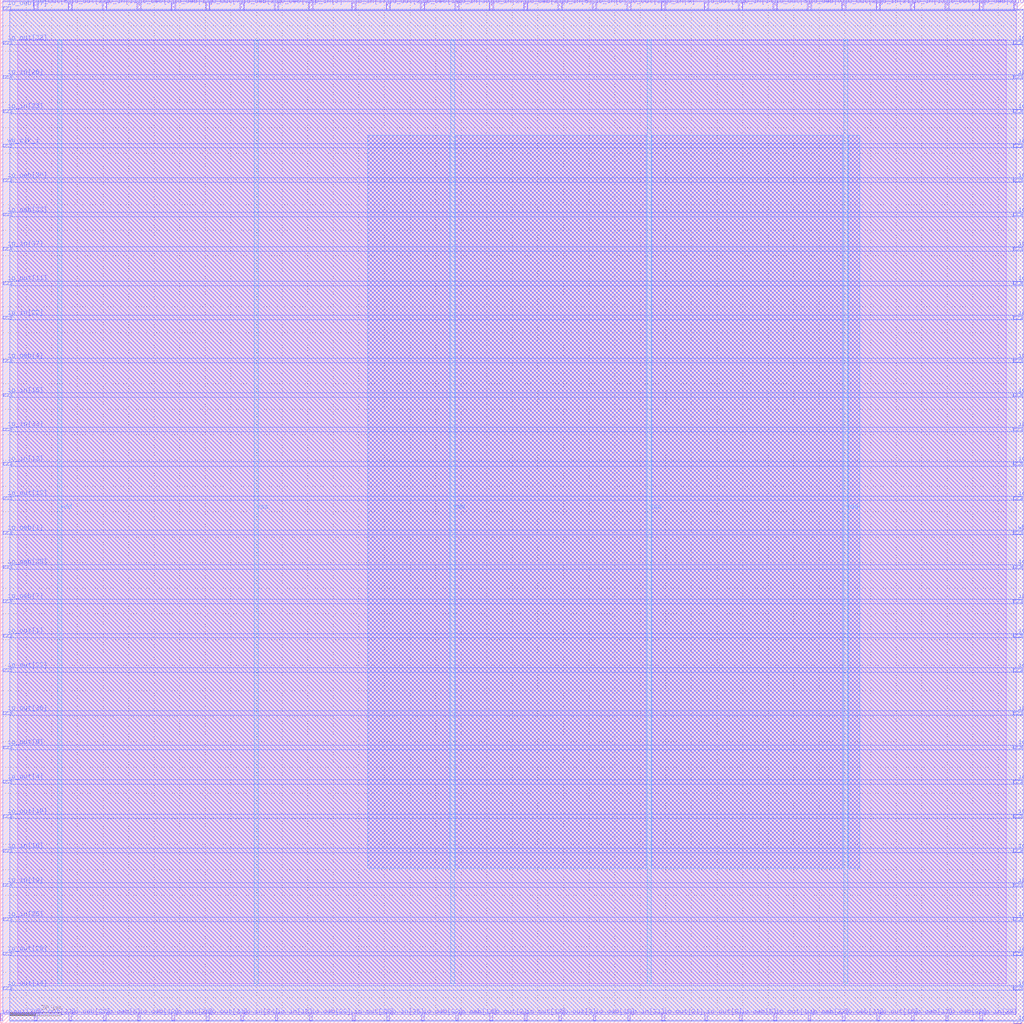
<source format=lef>
VERSION 5.7 ;
  NOWIREEXTENSIONATPIN ON ;
  DIVIDERCHAR "/" ;
  BUSBITCHARS "[]" ;
MACRO wrapped_vga_clock
  CLASS BLOCK ;
  FOREIGN wrapped_vga_clock ;
  ORIGIN 0.000 0.000 ;
  SIZE 400.000 BY 400.000 ;
  PIN io_in[0]
    DIRECTION INPUT ;
    USE SIGNAL ;
    PORT
      LAYER Metal3 ;
        RECT 396.000 382.760 399.000 383.880 ;
    END
  END io_in[0]
  PIN io_in[10]
    DIRECTION INPUT ;
    USE SIGNAL ;
    PORT
      LAYER Metal3 ;
        RECT 396.000 93.800 399.000 94.920 ;
    END
  END io_in[10]
  PIN io_in[11]
    DIRECTION INPUT ;
    USE SIGNAL ;
    PORT
      LAYER Metal2 ;
        RECT 40.040 396.000 41.160 399.000 ;
    END
  END io_in[11]
  PIN io_in[12]
    DIRECTION INPUT ;
    USE SIGNAL ;
    PORT
      LAYER Metal3 ;
        RECT 1.000 218.120 4.000 219.240 ;
    END
  END io_in[12]
  PIN io_in[13]
    DIRECTION INPUT ;
    USE SIGNAL ;
    PORT
      LAYER Metal2 ;
        RECT 355.880 396.000 357.000 399.000 ;
    END
  END io_in[13]
  PIN io_in[14]
    DIRECTION INPUT ;
    USE SIGNAL ;
    PORT
      LAYER Metal2 ;
        RECT 288.680 396.000 289.800 399.000 ;
    END
  END io_in[14]
  PIN io_in[15]
    DIRECTION INPUT ;
    USE SIGNAL ;
    PORT
      LAYER Metal3 ;
        RECT 1.000 245.000 4.000 246.120 ;
    END
  END io_in[15]
  PIN io_in[16]
    DIRECTION INPUT ;
    USE SIGNAL ;
    PORT
      LAYER Metal3 ;
        RECT 1.000 66.920 4.000 68.040 ;
    END
  END io_in[16]
  PIN io_in[17]
    DIRECTION INPUT ;
    USE SIGNAL ;
    PORT
      LAYER Metal2 ;
        RECT 137.480 396.000 138.600 399.000 ;
    END
  END io_in[17]
  PIN io_in[18]
    DIRECTION INPUT ;
    USE SIGNAL ;
    PORT
      LAYER Metal2 ;
        RECT 107.240 1.000 108.360 4.000 ;
    END
  END io_in[18]
  PIN io_in[19]
    DIRECTION INPUT ;
    USE SIGNAL ;
    PORT
      LAYER Metal3 ;
        RECT 1.000 53.480 4.000 54.600 ;
    END
  END io_in[19]
  PIN io_in[1]
    DIRECTION INPUT ;
    USE SIGNAL ;
    PORT
      LAYER Metal3 ;
        RECT 396.000 355.880 399.000 357.000 ;
    END
  END io_in[1]
  PIN io_in[20]
    DIRECTION INPUT ;
    USE SIGNAL ;
    PORT
      LAYER Metal3 ;
        RECT 396.000 13.160 399.000 14.280 ;
    END
  END io_in[20]
  PIN io_in[21]
    DIRECTION INPUT ;
    USE SIGNAL ;
    PORT
      LAYER Metal2 ;
        RECT 342.440 396.000 343.560 399.000 ;
    END
  END io_in[21]
  PIN io_in[22]
    DIRECTION INPUT ;
    USE SIGNAL ;
    PORT
      LAYER Metal3 ;
        RECT 1.000 275.240 4.000 276.360 ;
    END
  END io_in[22]
  PIN io_in[23]
    DIRECTION INPUT ;
    USE SIGNAL ;
    PORT
      LAYER Metal3 ;
        RECT 1.000 355.880 4.000 357.000 ;
    END
  END io_in[23]
  PIN io_in[24]
    DIRECTION INPUT ;
    USE SIGNAL ;
    PORT
      LAYER Metal3 ;
        RECT 396.000 177.800 399.000 178.920 ;
    END
  END io_in[24]
  PIN io_in[25]
    DIRECTION INPUT ;
    USE SIGNAL ;
    PORT
      LAYER Metal3 ;
        RECT 1.000 40.040 4.000 41.160 ;
    END
  END io_in[25]
  PIN io_in[26]
    DIRECTION INPUT ;
    USE SIGNAL ;
    PORT
      LAYER Metal3 ;
        RECT 1.000 369.320 4.000 370.440 ;
    END
  END io_in[26]
  PIN io_in[27]
    DIRECTION INPUT ;
    USE SIGNAL ;
    PORT
      LAYER Metal2 ;
        RECT 191.240 396.000 192.360 399.000 ;
    END
  END io_in[27]
  PIN io_in[28]
    DIRECTION INPUT ;
    USE SIGNAL ;
    PORT
      LAYER Metal3 ;
        RECT 396.000 369.320 399.000 370.440 ;
    END
  END io_in[28]
  PIN io_in[29]
    DIRECTION INPUT ;
    USE SIGNAL ;
    PORT
      LAYER Metal2 ;
        RECT 382.760 1.000 383.880 4.000 ;
    END
  END io_in[29]
  PIN io_in[2]
    DIRECTION INPUT ;
    USE SIGNAL ;
    PORT
      LAYER Metal3 ;
        RECT 396.000 120.680 399.000 121.800 ;
    END
  END io_in[2]
  PIN io_in[30]
    DIRECTION INPUT ;
    USE SIGNAL ;
    PORT
      LAYER Metal2 ;
        RECT 177.800 396.000 178.920 399.000 ;
    END
  END io_in[30]
  PIN io_in[31]
    DIRECTION INPUT ;
    USE SIGNAL ;
    PORT
      LAYER Metal2 ;
        RECT 245.000 1.000 246.120 4.000 ;
    END
  END io_in[31]
  PIN io_in[32]
    DIRECTION INPUT ;
    USE SIGNAL ;
    PORT
      LAYER Metal3 ;
        RECT 396.000 204.680 399.000 205.800 ;
    END
  END io_in[32]
  PIN io_in[33]
    DIRECTION INPUT ;
    USE SIGNAL ;
    PORT
      LAYER Metal3 ;
        RECT 1.000 231.560 4.000 232.680 ;
    END
  END io_in[33]
  PIN io_in[34]
    DIRECTION INPUT ;
    USE SIGNAL ;
    PORT
      LAYER Metal2 ;
        RECT 93.800 1.000 94.920 4.000 ;
    END
  END io_in[34]
  PIN io_in[35]
    DIRECTION INPUT ;
    USE SIGNAL ;
    PORT
      LAYER Metal2 ;
        RECT 150.920 1.000 152.040 4.000 ;
    END
  END io_in[35]
  PIN io_in[36]
    DIRECTION INPUT ;
    USE SIGNAL ;
    PORT
      LAYER Metal3 ;
        RECT 396.000 40.040 399.000 41.160 ;
    END
  END io_in[36]
  PIN io_in[37]
    DIRECTION INPUT ;
    USE SIGNAL ;
    PORT
      LAYER Metal3 ;
        RECT 1.000 302.120 4.000 303.240 ;
    END
  END io_in[37]
  PIN io_in[3]
    DIRECTION INPUT ;
    USE SIGNAL ;
    PORT
      LAYER Metal2 ;
        RECT 120.680 396.000 121.800 399.000 ;
    END
  END io_in[3]
  PIN io_in[4]
    DIRECTION INPUT ;
    USE SIGNAL ;
    PORT
      LAYER Metal3 ;
        RECT 396.000 137.480 399.000 138.600 ;
    END
  END io_in[4]
  PIN io_in[5]
    DIRECTION INPUT ;
    USE SIGNAL ;
    PORT
      LAYER Metal3 ;
        RECT 396.000 218.120 399.000 219.240 ;
    END
  END io_in[5]
  PIN io_in[6]
    DIRECTION INPUT ;
    USE SIGNAL ;
    PORT
      LAYER Metal2 ;
        RECT 218.120 396.000 219.240 399.000 ;
    END
  END io_in[6]
  PIN io_in[7]
    DIRECTION INPUT ;
    USE SIGNAL ;
    PORT
      LAYER Metal3 ;
        RECT 396.000 164.360 399.000 165.480 ;
    END
  END io_in[7]
  PIN io_in[8]
    DIRECTION INPUT ;
    USE SIGNAL ;
    PORT
      LAYER Metal2 ;
        RECT 231.560 396.000 232.680 399.000 ;
    END
  END io_in[8]
  PIN io_in[9]
    DIRECTION INPUT ;
    USE SIGNAL ;
    PORT
      LAYER Metal2 ;
        RECT 258.440 396.000 259.560 399.000 ;
    END
  END io_in[9]
  PIN io_oeb[0]
    DIRECTION OUTPUT TRISTATE ;
    USE SIGNAL ;
    PORT
      LAYER Metal2 ;
        RECT 315.560 396.000 316.680 399.000 ;
    END
  END io_oeb[0]
  PIN io_oeb[10]
    DIRECTION OUTPUT TRISTATE ;
    USE SIGNAL ;
    PORT
      LAYER Metal2 ;
        RECT 396.200 396.000 397.320 399.000 ;
    END
  END io_oeb[10]
  PIN io_oeb[11]
    DIRECTION OUTPUT TRISTATE ;
    USE SIGNAL ;
    PORT
      LAYER Metal3 ;
        RECT 396.000 329.000 399.000 330.120 ;
    END
  END io_oeb[11]
  PIN io_oeb[12]
    DIRECTION OUTPUT TRISTATE ;
    USE SIGNAL ;
    PORT
      LAYER Metal2 ;
        RECT 53.480 1.000 54.600 4.000 ;
    END
  END io_oeb[12]
  PIN io_oeb[13]
    DIRECTION OUTPUT TRISTATE ;
    USE SIGNAL ;
    PORT
      LAYER Metal2 ;
        RECT 66.920 396.000 68.040 399.000 ;
    END
  END io_oeb[13]
  PIN io_oeb[14]
    DIRECTION OUTPUT TRISTATE ;
    USE SIGNAL ;
    PORT
      LAYER Metal2 ;
        RECT 177.800 1.000 178.920 4.000 ;
    END
  END io_oeb[14]
  PIN io_oeb[15]
    DIRECTION OUTPUT TRISTATE ;
    USE SIGNAL ;
    PORT
      LAYER Metal2 ;
        RECT 231.560 1.000 232.680 4.000 ;
    END
  END io_oeb[15]
  PIN io_oeb[16]
    DIRECTION OUTPUT TRISTATE ;
    USE SIGNAL ;
    PORT
      LAYER Metal3 ;
        RECT 396.000 342.440 399.000 343.560 ;
    END
  END io_oeb[16]
  PIN io_oeb[17]
    DIRECTION OUTPUT TRISTATE ;
    USE SIGNAL ;
    PORT
      LAYER Metal2 ;
        RECT 355.880 1.000 357.000 4.000 ;
    END
  END io_oeb[17]
  PIN io_oeb[18]
    DIRECTION OUTPUT TRISTATE ;
    USE SIGNAL ;
    PORT
      LAYER Metal3 ;
        RECT 396.000 258.440 399.000 259.560 ;
    END
  END io_oeb[18]
  PIN io_oeb[19]
    DIRECTION OUTPUT TRISTATE ;
    USE SIGNAL ;
    PORT
      LAYER Metal2 ;
        RECT 164.360 396.000 165.480 399.000 ;
    END
  END io_oeb[19]
  PIN io_oeb[1]
    DIRECTION OUTPUT TRISTATE ;
    USE SIGNAL ;
    PORT
      LAYER Metal3 ;
        RECT 1.000 191.240 4.000 192.360 ;
    END
  END io_oeb[1]
  PIN io_oeb[20]
    DIRECTION OUTPUT TRISTATE ;
    USE SIGNAL ;
    PORT
      LAYER Metal2 ;
        RECT 93.800 396.000 94.920 399.000 ;
    END
  END io_oeb[20]
  PIN io_oeb[21]
    DIRECTION OUTPUT TRISTATE ;
    USE SIGNAL ;
    PORT
      LAYER Metal2 ;
        RECT 204.680 396.000 205.800 399.000 ;
    END
  END io_oeb[21]
  PIN io_oeb[22]
    DIRECTION OUTPUT TRISTATE ;
    USE SIGNAL ;
    PORT
      LAYER Metal2 ;
        RECT 315.560 1.000 316.680 4.000 ;
    END
  END io_oeb[22]
  PIN io_oeb[23]
    DIRECTION OUTPUT TRISTATE ;
    USE SIGNAL ;
    PORT
      LAYER Metal2 ;
        RECT 120.680 1.000 121.800 4.000 ;
    END
  END io_oeb[23]
  PIN io_oeb[24]
    DIRECTION OUTPUT TRISTATE ;
    USE SIGNAL ;
    PORT
      LAYER Metal3 ;
        RECT 396.000 107.240 399.000 108.360 ;
    END
  END io_oeb[24]
  PIN io_oeb[25]
    DIRECTION OUTPUT TRISTATE ;
    USE SIGNAL ;
    PORT
      LAYER Metal2 ;
        RECT 107.240 396.000 108.360 399.000 ;
    END
  END io_oeb[25]
  PIN io_oeb[26]
    DIRECTION OUTPUT TRISTATE ;
    USE SIGNAL ;
    PORT
      LAYER Metal3 ;
        RECT 396.000 275.240 399.000 276.360 ;
    END
  END io_oeb[26]
  PIN io_oeb[27]
    DIRECTION OUTPUT TRISTATE ;
    USE SIGNAL ;
    PORT
      LAYER Metal2 ;
        RECT 26.600 1.000 27.720 4.000 ;
    END
  END io_oeb[27]
  PIN io_oeb[28]
    DIRECTION OUTPUT TRISTATE ;
    USE SIGNAL ;
    PORT
      LAYER Metal2 ;
        RECT 369.320 1.000 370.440 4.000 ;
    END
  END io_oeb[28]
  PIN io_oeb[29]
    DIRECTION OUTPUT TRISTATE ;
    USE SIGNAL ;
    PORT
      LAYER Metal3 ;
        RECT 396.000 80.360 399.000 81.480 ;
    END
  END io_oeb[29]
  PIN io_oeb[2]
    DIRECTION OUTPUT TRISTATE ;
    USE SIGNAL ;
    PORT
      LAYER Metal2 ;
        RECT 382.760 396.000 383.880 399.000 ;
    END
  END io_oeb[2]
  PIN io_oeb[30]
    DIRECTION OUTPUT TRISTATE ;
    USE SIGNAL ;
    PORT
      LAYER Metal3 ;
        RECT 1.000 329.000 4.000 330.120 ;
    END
  END io_oeb[30]
  PIN io_oeb[31]
    DIRECTION OUTPUT TRISTATE ;
    USE SIGNAL ;
    PORT
      LAYER Metal2 ;
        RECT 329.000 1.000 330.120 4.000 ;
    END
  END io_oeb[31]
  PIN io_oeb[32]
    DIRECTION OUTPUT TRISTATE ;
    USE SIGNAL ;
    PORT
      LAYER Metal2 ;
        RECT 164.360 1.000 165.480 4.000 ;
    END
  END io_oeb[32]
  PIN io_oeb[33]
    DIRECTION OUTPUT TRISTATE ;
    USE SIGNAL ;
    PORT
      LAYER Metal3 ;
        RECT 1.000 315.560 4.000 316.680 ;
    END
  END io_oeb[33]
  PIN io_oeb[34]
    DIRECTION OUTPUT TRISTATE ;
    USE SIGNAL ;
    PORT
      LAYER Metal3 ;
        RECT 396.000 302.120 399.000 303.240 ;
    END
  END io_oeb[34]
  PIN io_oeb[35]
    DIRECTION OUTPUT TRISTATE ;
    USE SIGNAL ;
    PORT
      LAYER Metal3 ;
        RECT 1.000 177.800 4.000 178.920 ;
    END
  END io_oeb[35]
  PIN io_oeb[36]
    DIRECTION OUTPUT TRISTATE ;
    USE SIGNAL ;
    PORT
      LAYER Metal3 ;
        RECT 396.000 26.600 399.000 27.720 ;
    END
  END io_oeb[36]
  PIN io_oeb[37]
    DIRECTION OUTPUT TRISTATE ;
    USE SIGNAL ;
    PORT
      LAYER Metal3 ;
        RECT 1.000 396.200 4.000 397.320 ;
    END
  END io_oeb[37]
  PIN io_oeb[3]
    DIRECTION OUTPUT TRISTATE ;
    USE SIGNAL ;
    PORT
      LAYER Metal2 ;
        RECT 53.480 396.000 54.600 399.000 ;
    END
  END io_oeb[3]
  PIN io_oeb[4]
    DIRECTION OUTPUT TRISTATE ;
    USE SIGNAL ;
    PORT
      LAYER Metal3 ;
        RECT 1.000 258.440 4.000 259.560 ;
    END
  END io_oeb[4]
  PIN io_oeb[5]
    DIRECTION OUTPUT TRISTATE ;
    USE SIGNAL ;
    PORT
      LAYER Metal2 ;
        RECT 288.680 1.000 289.800 4.000 ;
    END
  END io_oeb[5]
  PIN io_oeb[6]
    DIRECTION OUTPUT TRISTATE ;
    USE SIGNAL ;
    PORT
      LAYER Metal2 ;
        RECT 40.040 1.000 41.160 4.000 ;
    END
  END io_oeb[6]
  PIN io_oeb[7]
    DIRECTION OUTPUT TRISTATE ;
    USE SIGNAL ;
    PORT
      LAYER Metal3 ;
        RECT 1.000 164.360 4.000 165.480 ;
    END
  END io_oeb[7]
  PIN io_oeb[8]
    DIRECTION OUTPUT TRISTATE ;
    USE SIGNAL ;
    PORT
      LAYER Metal3 ;
        RECT 396.000 -0.280 399.000 0.840 ;
    END
  END io_oeb[8]
  PIN io_oeb[9]
    DIRECTION OUTPUT TRISTATE ;
    USE SIGNAL ;
    PORT
      LAYER Metal3 ;
        RECT 396.000 231.560 399.000 232.680 ;
    END
  END io_oeb[9]
  PIN io_out[0]
    DIRECTION OUTPUT TRISTATE ;
    USE SIGNAL ;
    PORT
      LAYER Metal3 ;
        RECT 396.000 150.920 399.000 152.040 ;
    END
  END io_out[0]
  PIN io_out[10]
    DIRECTION OUTPUT TRISTATE ;
    USE SIGNAL ;
    PORT
      LAYER Metal2 ;
        RECT 302.120 1.000 303.240 4.000 ;
    END
  END io_out[10]
  PIN io_out[11]
    DIRECTION OUTPUT TRISTATE ;
    USE SIGNAL ;
    PORT
      LAYER Metal3 ;
        RECT 1.000 288.680 4.000 289.800 ;
    END
  END io_out[11]
  PIN io_out[12]
    DIRECTION OUTPUT TRISTATE ;
    USE SIGNAL ;
    PORT
      LAYER Metal3 ;
        RECT 396.000 66.920 399.000 68.040 ;
    END
  END io_out[12]
  PIN io_out[13]
    DIRECTION OUTPUT TRISTATE ;
    USE SIGNAL ;
    PORT
      LAYER Metal3 ;
        RECT 1.000 204.680 4.000 205.800 ;
    END
  END io_out[13]
  PIN io_out[14]
    DIRECTION OUTPUT TRISTATE ;
    USE SIGNAL ;
    PORT
      LAYER Metal3 ;
        RECT 1.000 13.160 4.000 14.280 ;
    END
  END io_out[14]
  PIN io_out[15]
    DIRECTION OUTPUT TRISTATE ;
    USE SIGNAL ;
    PORT
      LAYER Metal3 ;
        RECT 396.000 288.680 399.000 289.800 ;
    END
  END io_out[15]
  PIN io_out[16]
    DIRECTION OUTPUT TRISTATE ;
    USE SIGNAL ;
    PORT
      LAYER Metal2 ;
        RECT 342.440 1.000 343.560 4.000 ;
    END
  END io_out[16]
  PIN io_out[17]
    DIRECTION OUTPUT TRISTATE ;
    USE SIGNAL ;
    PORT
      LAYER Metal3 ;
        RECT 396.000 315.560 399.000 316.680 ;
    END
  END io_out[17]
  PIN io_out[18]
    DIRECTION OUTPUT TRISTATE ;
    USE SIGNAL ;
    PORT
      LAYER Metal2 ;
        RECT 204.680 1.000 205.800 4.000 ;
    END
  END io_out[18]
  PIN io_out[19]
    DIRECTION OUTPUT TRISTATE ;
    USE SIGNAL ;
    PORT
      LAYER Metal3 ;
        RECT 1.000 80.360 4.000 81.480 ;
    END
  END io_out[19]
  PIN io_out[1]
    DIRECTION OUTPUT TRISTATE ;
    USE SIGNAL ;
    PORT
      LAYER Metal3 ;
        RECT 1.000 150.920 4.000 152.040 ;
    END
  END io_out[1]
  PIN io_out[20]
    DIRECTION OUTPUT TRISTATE ;
    USE SIGNAL ;
    PORT
      LAYER Metal2 ;
        RECT -0.280 1.000 0.840 4.000 ;
    END
  END io_out[20]
  PIN io_out[21]
    DIRECTION OUTPUT TRISTATE ;
    USE SIGNAL ;
    PORT
      LAYER Metal2 ;
        RECT 258.440 1.000 259.560 4.000 ;
    END
  END io_out[21]
  PIN io_out[22]
    DIRECTION OUTPUT TRISTATE ;
    USE SIGNAL ;
    PORT
      LAYER Metal2 ;
        RECT 26.600 396.000 27.720 399.000 ;
    END
  END io_out[22]
  PIN io_out[23]
    DIRECTION OUTPUT TRISTATE ;
    USE SIGNAL ;
    PORT
      LAYER Metal2 ;
        RECT 150.920 396.000 152.040 399.000 ;
    END
  END io_out[23]
  PIN io_out[24]
    DIRECTION OUTPUT TRISTATE ;
    USE SIGNAL ;
    PORT
      LAYER Metal2 ;
        RECT 275.240 396.000 276.360 399.000 ;
    END
  END io_out[24]
  PIN io_out[25]
    DIRECTION OUTPUT TRISTATE ;
    USE SIGNAL ;
    PORT
      LAYER Metal3 ;
        RECT 1.000 26.600 4.000 27.720 ;
    END
  END io_out[25]
  PIN io_out[26]
    DIRECTION OUTPUT TRISTATE ;
    USE SIGNAL ;
    PORT
      LAYER Metal2 ;
        RECT 66.920 1.000 68.040 4.000 ;
    END
  END io_out[26]
  PIN io_out[27]
    DIRECTION OUTPUT TRISTATE ;
    USE SIGNAL ;
    PORT
      LAYER Metal2 ;
        RECT 13.160 1.000 14.280 4.000 ;
    END
  END io_out[27]
  PIN io_out[28]
    DIRECTION OUTPUT TRISTATE ;
    USE SIGNAL ;
    PORT
      LAYER Metal2 ;
        RECT 329.000 396.000 330.120 399.000 ;
    END
  END io_out[28]
  PIN io_out[29]
    DIRECTION OUTPUT TRISTATE ;
    USE SIGNAL ;
    PORT
      LAYER Metal2 ;
        RECT 245.000 396.000 246.120 399.000 ;
    END
  END io_out[29]
  PIN io_out[2]
    DIRECTION OUTPUT TRISTATE ;
    USE SIGNAL ;
    PORT
      LAYER Metal2 ;
        RECT 191.240 1.000 192.360 4.000 ;
    END
  END io_out[2]
  PIN io_out[30]
    DIRECTION OUTPUT TRISTATE ;
    USE SIGNAL ;
    PORT
      LAYER Metal2 ;
        RECT 369.320 396.000 370.440 399.000 ;
    END
  END io_out[30]
  PIN io_out[31]
    DIRECTION OUTPUT TRISTATE ;
    USE SIGNAL ;
    PORT
      LAYER Metal3 ;
        RECT 396.000 53.480 399.000 54.600 ;
    END
  END io_out[31]
  PIN io_out[32]
    DIRECTION OUTPUT TRISTATE ;
    USE SIGNAL ;
    PORT
      LAYER Metal3 ;
        RECT 1.000 382.760 4.000 383.880 ;
    END
  END io_out[32]
  PIN io_out[33]
    DIRECTION OUTPUT TRISTATE ;
    USE SIGNAL ;
    PORT
      LAYER Metal3 ;
        RECT 1.000 137.480 4.000 138.600 ;
    END
  END io_out[33]
  PIN io_out[34]
    DIRECTION OUTPUT TRISTATE ;
    USE SIGNAL ;
    PORT
      LAYER Metal2 ;
        RECT 80.360 1.000 81.480 4.000 ;
    END
  END io_out[34]
  PIN io_out[35]
    DIRECTION OUTPUT TRISTATE ;
    USE SIGNAL ;
    PORT
      LAYER Metal2 ;
        RECT 137.480 1.000 138.600 4.000 ;
    END
  END io_out[35]
  PIN io_out[36]
    DIRECTION OUTPUT TRISTATE ;
    USE SIGNAL ;
    PORT
      LAYER Metal3 ;
        RECT 1.000 120.680 4.000 121.800 ;
    END
  END io_out[36]
  PIN io_out[37]
    DIRECTION OUTPUT TRISTATE ;
    USE SIGNAL ;
    PORT
      LAYER Metal3 ;
        RECT 396.000 245.000 399.000 246.120 ;
    END
  END io_out[37]
  PIN io_out[3]
    DIRECTION OUTPUT TRISTATE ;
    USE SIGNAL ;
    PORT
      LAYER Metal2 ;
        RECT 218.120 1.000 219.240 4.000 ;
    END
  END io_out[3]
  PIN io_out[4]
    DIRECTION OUTPUT TRISTATE ;
    USE SIGNAL ;
    PORT
      LAYER Metal3 ;
        RECT 1.000 93.800 4.000 94.920 ;
    END
  END io_out[4]
  PIN io_out[5]
    DIRECTION OUTPUT TRISTATE ;
    USE SIGNAL ;
    PORT
      LAYER Metal2 ;
        RECT 302.120 396.000 303.240 399.000 ;
    END
  END io_out[5]
  PIN io_out[6]
    DIRECTION OUTPUT TRISTATE ;
    USE SIGNAL ;
    PORT
      LAYER Metal2 ;
        RECT 13.160 396.000 14.280 399.000 ;
    END
  END io_out[6]
  PIN io_out[7]
    DIRECTION OUTPUT TRISTATE ;
    USE SIGNAL ;
    PORT
      LAYER Metal2 ;
        RECT 80.360 396.000 81.480 399.000 ;
    END
  END io_out[7]
  PIN io_out[8]
    DIRECTION OUTPUT TRISTATE ;
    USE SIGNAL ;
    PORT
      LAYER Metal2 ;
        RECT 275.240 1.000 276.360 4.000 ;
    END
  END io_out[8]
  PIN io_out[9]
    DIRECTION OUTPUT TRISTATE ;
    USE SIGNAL ;
    PORT
      LAYER Metal3 ;
        RECT 1.000 107.240 4.000 108.360 ;
    END
  END io_out[9]
  PIN vdd
    DIRECTION INOUT ;
    USE POWER ;
    PORT
      LAYER Metal4 ;
        RECT 22.240 15.380 23.840 384.460 ;
    END
    PORT
      LAYER Metal4 ;
        RECT 175.840 15.380 177.440 384.460 ;
    END
    PORT
      LAYER Metal4 ;
        RECT 329.440 15.380 331.040 384.460 ;
    END
  END vdd
  PIN vss
    DIRECTION INOUT ;
    USE GROUND ;
    PORT
      LAYER Metal4 ;
        RECT 99.040 15.380 100.640 384.460 ;
    END
    PORT
      LAYER Metal4 ;
        RECT 252.640 15.380 254.240 384.460 ;
    END
  END vss
  PIN wb_clk_i
    DIRECTION INPUT ;
    USE SIGNAL ;
    PORT
      LAYER Metal3 ;
        RECT 1.000 342.440 4.000 343.560 ;
    END
  END wb_clk_i
  PIN wb_rst_i
    DIRECTION INPUT ;
    USE SIGNAL ;
    PORT
      LAYER Metal3 ;
        RECT 396.000 191.240 399.000 192.360 ;
    END
  END wb_rst_i
  OBS
      LAYER Metal1 ;
        RECT 6.720 15.380 393.120 384.460 ;
      LAYER Metal2 ;
        RECT 0.700 399.300 396.900 399.700 ;
        RECT 0.700 395.700 12.860 399.300 ;
        RECT 14.580 395.700 26.300 399.300 ;
        RECT 28.020 395.700 39.740 399.300 ;
        RECT 41.460 395.700 53.180 399.300 ;
        RECT 54.900 395.700 66.620 399.300 ;
        RECT 68.340 395.700 80.060 399.300 ;
        RECT 81.780 395.700 93.500 399.300 ;
        RECT 95.220 395.700 106.940 399.300 ;
        RECT 108.660 395.700 120.380 399.300 ;
        RECT 122.100 395.700 137.180 399.300 ;
        RECT 138.900 395.700 150.620 399.300 ;
        RECT 152.340 395.700 164.060 399.300 ;
        RECT 165.780 395.700 177.500 399.300 ;
        RECT 179.220 395.700 190.940 399.300 ;
        RECT 192.660 395.700 204.380 399.300 ;
        RECT 206.100 395.700 217.820 399.300 ;
        RECT 219.540 395.700 231.260 399.300 ;
        RECT 232.980 395.700 244.700 399.300 ;
        RECT 246.420 395.700 258.140 399.300 ;
        RECT 259.860 395.700 274.940 399.300 ;
        RECT 276.660 395.700 288.380 399.300 ;
        RECT 290.100 395.700 301.820 399.300 ;
        RECT 303.540 395.700 315.260 399.300 ;
        RECT 316.980 395.700 328.700 399.300 ;
        RECT 330.420 395.700 342.140 399.300 ;
        RECT 343.860 395.700 355.580 399.300 ;
        RECT 357.300 395.700 369.020 399.300 ;
        RECT 370.740 395.700 382.460 399.300 ;
        RECT 384.180 395.700 395.900 399.300 ;
        RECT 0.700 4.300 396.900 395.700 ;
        RECT 1.140 3.500 12.860 4.300 ;
        RECT 14.580 3.500 26.300 4.300 ;
        RECT 28.020 3.500 39.740 4.300 ;
        RECT 41.460 3.500 53.180 4.300 ;
        RECT 54.900 3.500 66.620 4.300 ;
        RECT 68.340 3.500 80.060 4.300 ;
        RECT 81.780 3.500 93.500 4.300 ;
        RECT 95.220 3.500 106.940 4.300 ;
        RECT 108.660 3.500 120.380 4.300 ;
        RECT 122.100 3.500 137.180 4.300 ;
        RECT 138.900 3.500 150.620 4.300 ;
        RECT 152.340 3.500 164.060 4.300 ;
        RECT 165.780 3.500 177.500 4.300 ;
        RECT 179.220 3.500 190.940 4.300 ;
        RECT 192.660 3.500 204.380 4.300 ;
        RECT 206.100 3.500 217.820 4.300 ;
        RECT 219.540 3.500 231.260 4.300 ;
        RECT 232.980 3.500 244.700 4.300 ;
        RECT 246.420 3.500 258.140 4.300 ;
        RECT 259.860 3.500 274.940 4.300 ;
        RECT 276.660 3.500 288.380 4.300 ;
        RECT 290.100 3.500 301.820 4.300 ;
        RECT 303.540 3.500 315.260 4.300 ;
        RECT 316.980 3.500 328.700 4.300 ;
        RECT 330.420 3.500 342.140 4.300 ;
        RECT 343.860 3.500 355.580 4.300 ;
        RECT 357.300 3.500 369.020 4.300 ;
        RECT 370.740 3.500 382.460 4.300 ;
        RECT 384.180 3.500 396.900 4.300 ;
      LAYER Metal3 ;
        RECT 4.300 395.900 399.700 396.340 ;
        RECT 3.500 384.180 399.700 395.900 ;
        RECT 4.300 382.460 395.700 384.180 ;
        RECT 399.300 382.460 399.700 384.180 ;
        RECT 3.500 370.740 399.700 382.460 ;
        RECT 4.300 369.020 395.700 370.740 ;
        RECT 399.300 369.020 399.700 370.740 ;
        RECT 3.500 357.300 399.700 369.020 ;
        RECT 4.300 355.580 395.700 357.300 ;
        RECT 399.300 355.580 399.700 357.300 ;
        RECT 3.500 343.860 399.700 355.580 ;
        RECT 4.300 342.140 395.700 343.860 ;
        RECT 399.300 342.140 399.700 343.860 ;
        RECT 3.500 330.420 399.700 342.140 ;
        RECT 4.300 328.700 395.700 330.420 ;
        RECT 399.300 328.700 399.700 330.420 ;
        RECT 3.500 316.980 399.700 328.700 ;
        RECT 4.300 315.260 395.700 316.980 ;
        RECT 399.300 315.260 399.700 316.980 ;
        RECT 3.500 303.540 399.700 315.260 ;
        RECT 4.300 301.820 395.700 303.540 ;
        RECT 399.300 301.820 399.700 303.540 ;
        RECT 3.500 290.100 399.700 301.820 ;
        RECT 4.300 288.380 395.700 290.100 ;
        RECT 399.300 288.380 399.700 290.100 ;
        RECT 3.500 276.660 399.700 288.380 ;
        RECT 4.300 274.940 395.700 276.660 ;
        RECT 399.300 274.940 399.700 276.660 ;
        RECT 3.500 259.860 399.700 274.940 ;
        RECT 4.300 258.140 395.700 259.860 ;
        RECT 399.300 258.140 399.700 259.860 ;
        RECT 3.500 246.420 399.700 258.140 ;
        RECT 4.300 244.700 395.700 246.420 ;
        RECT 399.300 244.700 399.700 246.420 ;
        RECT 3.500 232.980 399.700 244.700 ;
        RECT 4.300 231.260 395.700 232.980 ;
        RECT 399.300 231.260 399.700 232.980 ;
        RECT 3.500 219.540 399.700 231.260 ;
        RECT 4.300 217.820 395.700 219.540 ;
        RECT 399.300 217.820 399.700 219.540 ;
        RECT 3.500 206.100 399.700 217.820 ;
        RECT 4.300 204.380 395.700 206.100 ;
        RECT 399.300 204.380 399.700 206.100 ;
        RECT 3.500 192.660 399.700 204.380 ;
        RECT 4.300 190.940 395.700 192.660 ;
        RECT 399.300 190.940 399.700 192.660 ;
        RECT 3.500 179.220 399.700 190.940 ;
        RECT 4.300 177.500 395.700 179.220 ;
        RECT 399.300 177.500 399.700 179.220 ;
        RECT 3.500 165.780 399.700 177.500 ;
        RECT 4.300 164.060 395.700 165.780 ;
        RECT 399.300 164.060 399.700 165.780 ;
        RECT 3.500 152.340 399.700 164.060 ;
        RECT 4.300 150.620 395.700 152.340 ;
        RECT 399.300 150.620 399.700 152.340 ;
        RECT 3.500 138.900 399.700 150.620 ;
        RECT 4.300 137.180 395.700 138.900 ;
        RECT 399.300 137.180 399.700 138.900 ;
        RECT 3.500 122.100 399.700 137.180 ;
        RECT 4.300 120.380 395.700 122.100 ;
        RECT 399.300 120.380 399.700 122.100 ;
        RECT 3.500 108.660 399.700 120.380 ;
        RECT 4.300 106.940 395.700 108.660 ;
        RECT 399.300 106.940 399.700 108.660 ;
        RECT 3.500 95.220 399.700 106.940 ;
        RECT 4.300 93.500 395.700 95.220 ;
        RECT 399.300 93.500 399.700 95.220 ;
        RECT 3.500 81.780 399.700 93.500 ;
        RECT 4.300 80.060 395.700 81.780 ;
        RECT 399.300 80.060 399.700 81.780 ;
        RECT 3.500 68.340 399.700 80.060 ;
        RECT 4.300 66.620 395.700 68.340 ;
        RECT 399.300 66.620 399.700 68.340 ;
        RECT 3.500 54.900 399.700 66.620 ;
        RECT 4.300 53.180 395.700 54.900 ;
        RECT 399.300 53.180 399.700 54.900 ;
        RECT 3.500 41.460 399.700 53.180 ;
        RECT 4.300 39.740 395.700 41.460 ;
        RECT 399.300 39.740 399.700 41.460 ;
        RECT 3.500 28.020 399.700 39.740 ;
        RECT 4.300 26.300 395.700 28.020 ;
        RECT 399.300 26.300 399.700 28.020 ;
        RECT 3.500 14.580 399.700 26.300 ;
        RECT 4.300 12.860 395.700 14.580 ;
        RECT 399.300 12.860 399.700 14.580 ;
        RECT 3.500 1.140 399.700 12.860 ;
        RECT 3.500 0.700 395.700 1.140 ;
        RECT 399.300 0.700 399.700 1.140 ;
      LAYER Metal4 ;
        RECT 143.500 60.570 175.540 347.110 ;
        RECT 177.740 60.570 252.340 347.110 ;
        RECT 254.540 60.570 329.140 347.110 ;
        RECT 331.340 60.570 335.860 347.110 ;
  END
END wrapped_vga_clock
END LIBRARY


</source>
